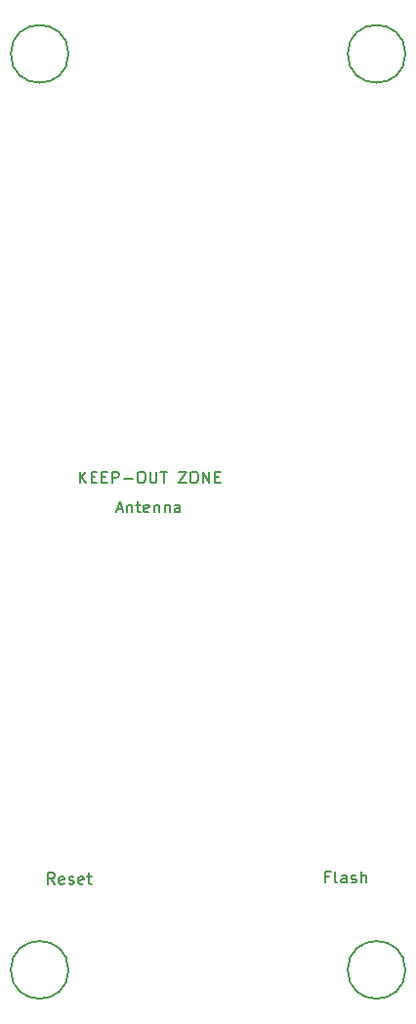
<source format=gbr>
%TF.GenerationSoftware,KiCad,Pcbnew,(6.0.1)*%
%TF.CreationDate,2022-05-29T12:12:57+02:00*%
%TF.ProjectId,Ganimede_Esp8266,47616e69-6d65-4646-955f-457370383236,rev?*%
%TF.SameCoordinates,Original*%
%TF.FileFunction,Other,Comment*%
%FSLAX46Y46*%
G04 Gerber Fmt 4.6, Leading zero omitted, Abs format (unit mm)*
G04 Created by KiCad (PCBNEW (6.0.1)) date 2022-05-29 12:12:57*
%MOMM*%
%LPD*%
G01*
G04 APERTURE LIST*
%ADD10C,0.150000*%
G04 APERTURE END LIST*
D10*
%TO.C,SW1*%
X155289428Y-120832571D02*
X154956095Y-120832571D01*
X154956095Y-121356380D02*
X154956095Y-120356380D01*
X155432285Y-120356380D01*
X155956095Y-121356380D02*
X155860857Y-121308761D01*
X155813238Y-121213523D01*
X155813238Y-120356380D01*
X156765619Y-121356380D02*
X156765619Y-120832571D01*
X156718000Y-120737333D01*
X156622761Y-120689714D01*
X156432285Y-120689714D01*
X156337047Y-120737333D01*
X156765619Y-121308761D02*
X156670380Y-121356380D01*
X156432285Y-121356380D01*
X156337047Y-121308761D01*
X156289428Y-121213523D01*
X156289428Y-121118285D01*
X156337047Y-121023047D01*
X156432285Y-120975428D01*
X156670380Y-120975428D01*
X156765619Y-120927809D01*
X157194190Y-121308761D02*
X157289428Y-121356380D01*
X157479904Y-121356380D01*
X157575142Y-121308761D01*
X157622761Y-121213523D01*
X157622761Y-121165904D01*
X157575142Y-121070666D01*
X157479904Y-121023047D01*
X157337047Y-121023047D01*
X157241809Y-120975428D01*
X157194190Y-120880190D01*
X157194190Y-120832571D01*
X157241809Y-120737333D01*
X157337047Y-120689714D01*
X157479904Y-120689714D01*
X157575142Y-120737333D01*
X158051333Y-121356380D02*
X158051333Y-120356380D01*
X158479904Y-121356380D02*
X158479904Y-120832571D01*
X158432285Y-120737333D01*
X158337047Y-120689714D01*
X158194190Y-120689714D01*
X158098952Y-120737333D01*
X158051333Y-120784952D01*
%TO.C,SW2*%
X131476904Y-121483380D02*
X131143571Y-121007190D01*
X130905476Y-121483380D02*
X130905476Y-120483380D01*
X131286428Y-120483380D01*
X131381666Y-120531000D01*
X131429285Y-120578619D01*
X131476904Y-120673857D01*
X131476904Y-120816714D01*
X131429285Y-120911952D01*
X131381666Y-120959571D01*
X131286428Y-121007190D01*
X130905476Y-121007190D01*
X132286428Y-121435761D02*
X132191190Y-121483380D01*
X132000714Y-121483380D01*
X131905476Y-121435761D01*
X131857857Y-121340523D01*
X131857857Y-120959571D01*
X131905476Y-120864333D01*
X132000714Y-120816714D01*
X132191190Y-120816714D01*
X132286428Y-120864333D01*
X132334047Y-120959571D01*
X132334047Y-121054809D01*
X131857857Y-121150047D01*
X132715000Y-121435761D02*
X132810238Y-121483380D01*
X133000714Y-121483380D01*
X133095952Y-121435761D01*
X133143571Y-121340523D01*
X133143571Y-121292904D01*
X133095952Y-121197666D01*
X133000714Y-121150047D01*
X132857857Y-121150047D01*
X132762619Y-121102428D01*
X132715000Y-121007190D01*
X132715000Y-120959571D01*
X132762619Y-120864333D01*
X132857857Y-120816714D01*
X133000714Y-120816714D01*
X133095952Y-120864333D01*
X133953095Y-121435761D02*
X133857857Y-121483380D01*
X133667380Y-121483380D01*
X133572142Y-121435761D01*
X133524523Y-121340523D01*
X133524523Y-120959571D01*
X133572142Y-120864333D01*
X133667380Y-120816714D01*
X133857857Y-120816714D01*
X133953095Y-120864333D01*
X134000714Y-120959571D01*
X134000714Y-121054809D01*
X133524523Y-121150047D01*
X134286428Y-120816714D02*
X134667380Y-120816714D01*
X134429285Y-120483380D02*
X134429285Y-121340523D01*
X134476904Y-121435761D01*
X134572142Y-121483380D01*
X134667380Y-121483380D01*
%TO.C,U1*%
X136878095Y-88982666D02*
X137354285Y-88982666D01*
X136782857Y-89268380D02*
X137116190Y-88268380D01*
X137449523Y-89268380D01*
X137782857Y-88601714D02*
X137782857Y-89268380D01*
X137782857Y-88696952D02*
X137830476Y-88649333D01*
X137925714Y-88601714D01*
X138068571Y-88601714D01*
X138163809Y-88649333D01*
X138211428Y-88744571D01*
X138211428Y-89268380D01*
X138544761Y-88601714D02*
X138925714Y-88601714D01*
X138687619Y-88268380D02*
X138687619Y-89125523D01*
X138735238Y-89220761D01*
X138830476Y-89268380D01*
X138925714Y-89268380D01*
X139640000Y-89220761D02*
X139544761Y-89268380D01*
X139354285Y-89268380D01*
X139259047Y-89220761D01*
X139211428Y-89125523D01*
X139211428Y-88744571D01*
X139259047Y-88649333D01*
X139354285Y-88601714D01*
X139544761Y-88601714D01*
X139640000Y-88649333D01*
X139687619Y-88744571D01*
X139687619Y-88839809D01*
X139211428Y-88935047D01*
X140116190Y-88601714D02*
X140116190Y-89268380D01*
X140116190Y-88696952D02*
X140163809Y-88649333D01*
X140259047Y-88601714D01*
X140401904Y-88601714D01*
X140497142Y-88649333D01*
X140544761Y-88744571D01*
X140544761Y-89268380D01*
X141020952Y-88601714D02*
X141020952Y-89268380D01*
X141020952Y-88696952D02*
X141068571Y-88649333D01*
X141163809Y-88601714D01*
X141306666Y-88601714D01*
X141401904Y-88649333D01*
X141449523Y-88744571D01*
X141449523Y-89268380D01*
X142354285Y-89268380D02*
X142354285Y-88744571D01*
X142306666Y-88649333D01*
X142211428Y-88601714D01*
X142020952Y-88601714D01*
X141925714Y-88649333D01*
X142354285Y-89220761D02*
X142259047Y-89268380D01*
X142020952Y-89268380D01*
X141925714Y-89220761D01*
X141878095Y-89125523D01*
X141878095Y-89030285D01*
X141925714Y-88935047D01*
X142020952Y-88887428D01*
X142259047Y-88887428D01*
X142354285Y-88839809D01*
X133658571Y-86718380D02*
X133658571Y-85718380D01*
X134230000Y-86718380D02*
X133801428Y-86146952D01*
X134230000Y-85718380D02*
X133658571Y-86289809D01*
X134658571Y-86194571D02*
X134991904Y-86194571D01*
X135134761Y-86718380D02*
X134658571Y-86718380D01*
X134658571Y-85718380D01*
X135134761Y-85718380D01*
X135563333Y-86194571D02*
X135896666Y-86194571D01*
X136039523Y-86718380D02*
X135563333Y-86718380D01*
X135563333Y-85718380D01*
X136039523Y-85718380D01*
X136468095Y-86718380D02*
X136468095Y-85718380D01*
X136849047Y-85718380D01*
X136944285Y-85766000D01*
X136991904Y-85813619D01*
X137039523Y-85908857D01*
X137039523Y-86051714D01*
X136991904Y-86146952D01*
X136944285Y-86194571D01*
X136849047Y-86242190D01*
X136468095Y-86242190D01*
X137468095Y-86337428D02*
X138230000Y-86337428D01*
X138896666Y-85718380D02*
X139087142Y-85718380D01*
X139182380Y-85766000D01*
X139277619Y-85861238D01*
X139325238Y-86051714D01*
X139325238Y-86385047D01*
X139277619Y-86575523D01*
X139182380Y-86670761D01*
X139087142Y-86718380D01*
X138896666Y-86718380D01*
X138801428Y-86670761D01*
X138706190Y-86575523D01*
X138658571Y-86385047D01*
X138658571Y-86051714D01*
X138706190Y-85861238D01*
X138801428Y-85766000D01*
X138896666Y-85718380D01*
X139753809Y-85718380D02*
X139753809Y-86527904D01*
X139801428Y-86623142D01*
X139849047Y-86670761D01*
X139944285Y-86718380D01*
X140134761Y-86718380D01*
X140230000Y-86670761D01*
X140277619Y-86623142D01*
X140325238Y-86527904D01*
X140325238Y-85718380D01*
X140658571Y-85718380D02*
X141230000Y-85718380D01*
X140944285Y-86718380D02*
X140944285Y-85718380D01*
X142230000Y-85718380D02*
X142896666Y-85718380D01*
X142230000Y-86718380D01*
X142896666Y-86718380D01*
X143468095Y-85718380D02*
X143658571Y-85718380D01*
X143753809Y-85766000D01*
X143849047Y-85861238D01*
X143896666Y-86051714D01*
X143896666Y-86385047D01*
X143849047Y-86575523D01*
X143753809Y-86670761D01*
X143658571Y-86718380D01*
X143468095Y-86718380D01*
X143372857Y-86670761D01*
X143277619Y-86575523D01*
X143230000Y-86385047D01*
X143230000Y-86051714D01*
X143277619Y-85861238D01*
X143372857Y-85766000D01*
X143468095Y-85718380D01*
X144325238Y-86718380D02*
X144325238Y-85718380D01*
X144896666Y-86718380D01*
X144896666Y-85718380D01*
X145372857Y-86194571D02*
X145706190Y-86194571D01*
X145849047Y-86718380D02*
X145372857Y-86718380D01*
X145372857Y-85718380D01*
X145849047Y-85718380D01*
%TO.C,REF\u002A\u002A*%
X161885000Y-128905000D02*
G75*
G03*
X161885000Y-128905000I-2500000J0D01*
G01*
X161885000Y-49530000D02*
G75*
G03*
X161885000Y-49530000I-2500000J0D01*
G01*
X132675000Y-49530000D02*
G75*
G03*
X132675000Y-49530000I-2500000J0D01*
G01*
X132675000Y-128905000D02*
G75*
G03*
X132675000Y-128905000I-2500000J0D01*
G01*
%TD*%
M02*

</source>
